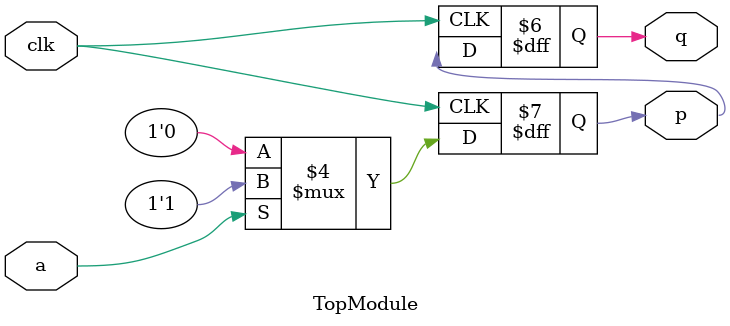
<source format=sv>
module TopModule (
    input logic clk,
    input logic a,
    output logic p,
    output logic q
);

    logic p_next;

    always @(posedge clk) begin
        if (a) begin
            p <= 1'b1;
        end else begin
            p <= 1'b0;
        end
    end

    always @(posedge clk) begin
        q <= p;
    end

endmodule
</source>
